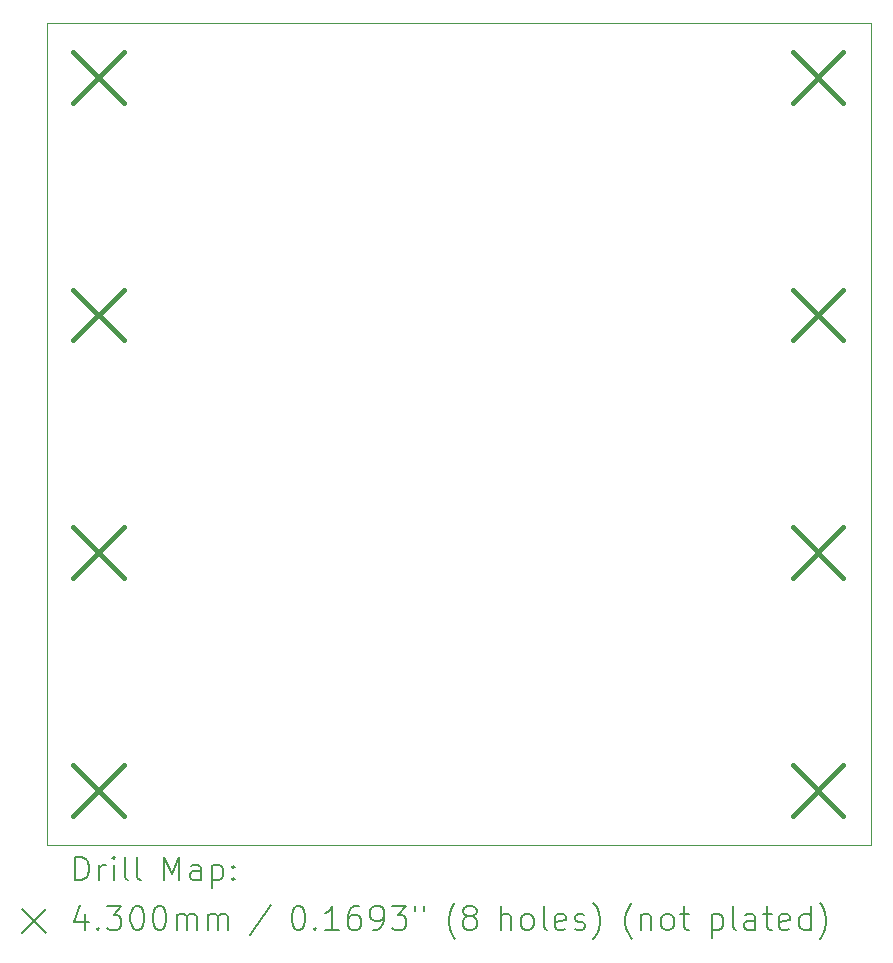
<source format=gbr>
%TF.GenerationSoftware,KiCad,Pcbnew,(7.0.0)*%
%TF.CreationDate,2023-03-13T08:12:33+05:30*%
%TF.ProjectId,Stem,5374656d-2e6b-4696-9361-645f70636258,1.0*%
%TF.SameCoordinates,Original*%
%TF.FileFunction,Drillmap*%
%TF.FilePolarity,Positive*%
%FSLAX45Y45*%
G04 Gerber Fmt 4.5, Leading zero omitted, Abs format (unit mm)*
G04 Created by KiCad (PCBNEW (7.0.0)) date 2023-03-13 08:12:33*
%MOMM*%
%LPD*%
G01*
G04 APERTURE LIST*
%ADD10C,0.100000*%
%ADD11C,0.200000*%
%ADD12C,0.430000*%
G04 APERTURE END LIST*
D10*
X11238000Y-4282000D02*
X18218000Y-4282000D01*
X18218000Y-4282000D02*
X18218000Y-11242000D01*
X18218000Y-11242000D02*
X11238000Y-11242000D01*
X11238000Y-11242000D02*
X11238000Y-4282000D01*
D11*
D12*
X11463000Y-4527000D02*
X11893000Y-4957000D01*
X11893000Y-4527000D02*
X11463000Y-4957000D01*
X11463000Y-6540333D02*
X11893000Y-6970333D01*
X11893000Y-6540333D02*
X11463000Y-6970333D01*
X11463000Y-8553667D02*
X11893000Y-8983667D01*
X11893000Y-8553667D02*
X11463000Y-8983667D01*
X11463000Y-10567000D02*
X11893000Y-10997000D01*
X11893000Y-10567000D02*
X11463000Y-10997000D01*
X17553000Y-4527000D02*
X17983000Y-4957000D01*
X17983000Y-4527000D02*
X17553000Y-4957000D01*
X17553000Y-6540333D02*
X17983000Y-6970333D01*
X17983000Y-6540333D02*
X17553000Y-6970333D01*
X17553000Y-8553667D02*
X17983000Y-8983667D01*
X17983000Y-8553667D02*
X17553000Y-8983667D01*
X17553000Y-10567000D02*
X17983000Y-10997000D01*
X17983000Y-10567000D02*
X17553000Y-10997000D01*
D11*
X11480619Y-11540476D02*
X11480619Y-11340476D01*
X11480619Y-11340476D02*
X11528238Y-11340476D01*
X11528238Y-11340476D02*
X11556809Y-11350000D01*
X11556809Y-11350000D02*
X11575857Y-11369048D01*
X11575857Y-11369048D02*
X11585381Y-11388095D01*
X11585381Y-11388095D02*
X11594905Y-11426190D01*
X11594905Y-11426190D02*
X11594905Y-11454762D01*
X11594905Y-11454762D02*
X11585381Y-11492857D01*
X11585381Y-11492857D02*
X11575857Y-11511905D01*
X11575857Y-11511905D02*
X11556809Y-11530952D01*
X11556809Y-11530952D02*
X11528238Y-11540476D01*
X11528238Y-11540476D02*
X11480619Y-11540476D01*
X11680619Y-11540476D02*
X11680619Y-11407143D01*
X11680619Y-11445238D02*
X11690143Y-11426190D01*
X11690143Y-11426190D02*
X11699667Y-11416667D01*
X11699667Y-11416667D02*
X11718714Y-11407143D01*
X11718714Y-11407143D02*
X11737762Y-11407143D01*
X11804428Y-11540476D02*
X11804428Y-11407143D01*
X11804428Y-11340476D02*
X11794905Y-11350000D01*
X11794905Y-11350000D02*
X11804428Y-11359524D01*
X11804428Y-11359524D02*
X11813952Y-11350000D01*
X11813952Y-11350000D02*
X11804428Y-11340476D01*
X11804428Y-11340476D02*
X11804428Y-11359524D01*
X11928238Y-11540476D02*
X11909190Y-11530952D01*
X11909190Y-11530952D02*
X11899667Y-11511905D01*
X11899667Y-11511905D02*
X11899667Y-11340476D01*
X12033000Y-11540476D02*
X12013952Y-11530952D01*
X12013952Y-11530952D02*
X12004428Y-11511905D01*
X12004428Y-11511905D02*
X12004428Y-11340476D01*
X12229190Y-11540476D02*
X12229190Y-11340476D01*
X12229190Y-11340476D02*
X12295857Y-11483333D01*
X12295857Y-11483333D02*
X12362524Y-11340476D01*
X12362524Y-11340476D02*
X12362524Y-11540476D01*
X12543476Y-11540476D02*
X12543476Y-11435714D01*
X12543476Y-11435714D02*
X12533952Y-11416667D01*
X12533952Y-11416667D02*
X12514905Y-11407143D01*
X12514905Y-11407143D02*
X12476809Y-11407143D01*
X12476809Y-11407143D02*
X12457762Y-11416667D01*
X12543476Y-11530952D02*
X12524428Y-11540476D01*
X12524428Y-11540476D02*
X12476809Y-11540476D01*
X12476809Y-11540476D02*
X12457762Y-11530952D01*
X12457762Y-11530952D02*
X12448238Y-11511905D01*
X12448238Y-11511905D02*
X12448238Y-11492857D01*
X12448238Y-11492857D02*
X12457762Y-11473809D01*
X12457762Y-11473809D02*
X12476809Y-11464286D01*
X12476809Y-11464286D02*
X12524428Y-11464286D01*
X12524428Y-11464286D02*
X12543476Y-11454762D01*
X12638714Y-11407143D02*
X12638714Y-11607143D01*
X12638714Y-11416667D02*
X12657762Y-11407143D01*
X12657762Y-11407143D02*
X12695857Y-11407143D01*
X12695857Y-11407143D02*
X12714905Y-11416667D01*
X12714905Y-11416667D02*
X12724428Y-11426190D01*
X12724428Y-11426190D02*
X12733952Y-11445238D01*
X12733952Y-11445238D02*
X12733952Y-11502381D01*
X12733952Y-11502381D02*
X12724428Y-11521428D01*
X12724428Y-11521428D02*
X12714905Y-11530952D01*
X12714905Y-11530952D02*
X12695857Y-11540476D01*
X12695857Y-11540476D02*
X12657762Y-11540476D01*
X12657762Y-11540476D02*
X12638714Y-11530952D01*
X12819667Y-11521428D02*
X12829190Y-11530952D01*
X12829190Y-11530952D02*
X12819667Y-11540476D01*
X12819667Y-11540476D02*
X12810143Y-11530952D01*
X12810143Y-11530952D02*
X12819667Y-11521428D01*
X12819667Y-11521428D02*
X12819667Y-11540476D01*
X12819667Y-11416667D02*
X12829190Y-11426190D01*
X12829190Y-11426190D02*
X12819667Y-11435714D01*
X12819667Y-11435714D02*
X12810143Y-11426190D01*
X12810143Y-11426190D02*
X12819667Y-11416667D01*
X12819667Y-11416667D02*
X12819667Y-11435714D01*
X11033000Y-11787000D02*
X11233000Y-11987000D01*
X11233000Y-11787000D02*
X11033000Y-11987000D01*
X11566333Y-11827143D02*
X11566333Y-11960476D01*
X11518714Y-11750952D02*
X11471095Y-11893809D01*
X11471095Y-11893809D02*
X11594905Y-11893809D01*
X11671095Y-11941428D02*
X11680619Y-11950952D01*
X11680619Y-11950952D02*
X11671095Y-11960476D01*
X11671095Y-11960476D02*
X11661571Y-11950952D01*
X11661571Y-11950952D02*
X11671095Y-11941428D01*
X11671095Y-11941428D02*
X11671095Y-11960476D01*
X11747286Y-11760476D02*
X11871095Y-11760476D01*
X11871095Y-11760476D02*
X11804428Y-11836667D01*
X11804428Y-11836667D02*
X11833000Y-11836667D01*
X11833000Y-11836667D02*
X11852048Y-11846190D01*
X11852048Y-11846190D02*
X11861571Y-11855714D01*
X11861571Y-11855714D02*
X11871095Y-11874762D01*
X11871095Y-11874762D02*
X11871095Y-11922381D01*
X11871095Y-11922381D02*
X11861571Y-11941428D01*
X11861571Y-11941428D02*
X11852048Y-11950952D01*
X11852048Y-11950952D02*
X11833000Y-11960476D01*
X11833000Y-11960476D02*
X11775857Y-11960476D01*
X11775857Y-11960476D02*
X11756809Y-11950952D01*
X11756809Y-11950952D02*
X11747286Y-11941428D01*
X11994905Y-11760476D02*
X12013952Y-11760476D01*
X12013952Y-11760476D02*
X12033000Y-11770000D01*
X12033000Y-11770000D02*
X12042524Y-11779524D01*
X12042524Y-11779524D02*
X12052048Y-11798571D01*
X12052048Y-11798571D02*
X12061571Y-11836667D01*
X12061571Y-11836667D02*
X12061571Y-11884286D01*
X12061571Y-11884286D02*
X12052048Y-11922381D01*
X12052048Y-11922381D02*
X12042524Y-11941428D01*
X12042524Y-11941428D02*
X12033000Y-11950952D01*
X12033000Y-11950952D02*
X12013952Y-11960476D01*
X12013952Y-11960476D02*
X11994905Y-11960476D01*
X11994905Y-11960476D02*
X11975857Y-11950952D01*
X11975857Y-11950952D02*
X11966333Y-11941428D01*
X11966333Y-11941428D02*
X11956809Y-11922381D01*
X11956809Y-11922381D02*
X11947286Y-11884286D01*
X11947286Y-11884286D02*
X11947286Y-11836667D01*
X11947286Y-11836667D02*
X11956809Y-11798571D01*
X11956809Y-11798571D02*
X11966333Y-11779524D01*
X11966333Y-11779524D02*
X11975857Y-11770000D01*
X11975857Y-11770000D02*
X11994905Y-11760476D01*
X12185381Y-11760476D02*
X12204429Y-11760476D01*
X12204429Y-11760476D02*
X12223476Y-11770000D01*
X12223476Y-11770000D02*
X12233000Y-11779524D01*
X12233000Y-11779524D02*
X12242524Y-11798571D01*
X12242524Y-11798571D02*
X12252048Y-11836667D01*
X12252048Y-11836667D02*
X12252048Y-11884286D01*
X12252048Y-11884286D02*
X12242524Y-11922381D01*
X12242524Y-11922381D02*
X12233000Y-11941428D01*
X12233000Y-11941428D02*
X12223476Y-11950952D01*
X12223476Y-11950952D02*
X12204429Y-11960476D01*
X12204429Y-11960476D02*
X12185381Y-11960476D01*
X12185381Y-11960476D02*
X12166333Y-11950952D01*
X12166333Y-11950952D02*
X12156809Y-11941428D01*
X12156809Y-11941428D02*
X12147286Y-11922381D01*
X12147286Y-11922381D02*
X12137762Y-11884286D01*
X12137762Y-11884286D02*
X12137762Y-11836667D01*
X12137762Y-11836667D02*
X12147286Y-11798571D01*
X12147286Y-11798571D02*
X12156809Y-11779524D01*
X12156809Y-11779524D02*
X12166333Y-11770000D01*
X12166333Y-11770000D02*
X12185381Y-11760476D01*
X12337762Y-11960476D02*
X12337762Y-11827143D01*
X12337762Y-11846190D02*
X12347286Y-11836667D01*
X12347286Y-11836667D02*
X12366333Y-11827143D01*
X12366333Y-11827143D02*
X12394905Y-11827143D01*
X12394905Y-11827143D02*
X12413952Y-11836667D01*
X12413952Y-11836667D02*
X12423476Y-11855714D01*
X12423476Y-11855714D02*
X12423476Y-11960476D01*
X12423476Y-11855714D02*
X12433000Y-11836667D01*
X12433000Y-11836667D02*
X12452048Y-11827143D01*
X12452048Y-11827143D02*
X12480619Y-11827143D01*
X12480619Y-11827143D02*
X12499667Y-11836667D01*
X12499667Y-11836667D02*
X12509190Y-11855714D01*
X12509190Y-11855714D02*
X12509190Y-11960476D01*
X12604429Y-11960476D02*
X12604429Y-11827143D01*
X12604429Y-11846190D02*
X12613952Y-11836667D01*
X12613952Y-11836667D02*
X12633000Y-11827143D01*
X12633000Y-11827143D02*
X12661571Y-11827143D01*
X12661571Y-11827143D02*
X12680619Y-11836667D01*
X12680619Y-11836667D02*
X12690143Y-11855714D01*
X12690143Y-11855714D02*
X12690143Y-11960476D01*
X12690143Y-11855714D02*
X12699667Y-11836667D01*
X12699667Y-11836667D02*
X12718714Y-11827143D01*
X12718714Y-11827143D02*
X12747286Y-11827143D01*
X12747286Y-11827143D02*
X12766333Y-11836667D01*
X12766333Y-11836667D02*
X12775857Y-11855714D01*
X12775857Y-11855714D02*
X12775857Y-11960476D01*
X13133952Y-11750952D02*
X12962524Y-12008095D01*
X13358714Y-11760476D02*
X13377762Y-11760476D01*
X13377762Y-11760476D02*
X13396810Y-11770000D01*
X13396810Y-11770000D02*
X13406333Y-11779524D01*
X13406333Y-11779524D02*
X13415857Y-11798571D01*
X13415857Y-11798571D02*
X13425381Y-11836667D01*
X13425381Y-11836667D02*
X13425381Y-11884286D01*
X13425381Y-11884286D02*
X13415857Y-11922381D01*
X13415857Y-11922381D02*
X13406333Y-11941428D01*
X13406333Y-11941428D02*
X13396810Y-11950952D01*
X13396810Y-11950952D02*
X13377762Y-11960476D01*
X13377762Y-11960476D02*
X13358714Y-11960476D01*
X13358714Y-11960476D02*
X13339667Y-11950952D01*
X13339667Y-11950952D02*
X13330143Y-11941428D01*
X13330143Y-11941428D02*
X13320619Y-11922381D01*
X13320619Y-11922381D02*
X13311095Y-11884286D01*
X13311095Y-11884286D02*
X13311095Y-11836667D01*
X13311095Y-11836667D02*
X13320619Y-11798571D01*
X13320619Y-11798571D02*
X13330143Y-11779524D01*
X13330143Y-11779524D02*
X13339667Y-11770000D01*
X13339667Y-11770000D02*
X13358714Y-11760476D01*
X13511095Y-11941428D02*
X13520619Y-11950952D01*
X13520619Y-11950952D02*
X13511095Y-11960476D01*
X13511095Y-11960476D02*
X13501571Y-11950952D01*
X13501571Y-11950952D02*
X13511095Y-11941428D01*
X13511095Y-11941428D02*
X13511095Y-11960476D01*
X13711095Y-11960476D02*
X13596810Y-11960476D01*
X13653952Y-11960476D02*
X13653952Y-11760476D01*
X13653952Y-11760476D02*
X13634905Y-11789048D01*
X13634905Y-11789048D02*
X13615857Y-11808095D01*
X13615857Y-11808095D02*
X13596810Y-11817619D01*
X13882524Y-11760476D02*
X13844429Y-11760476D01*
X13844429Y-11760476D02*
X13825381Y-11770000D01*
X13825381Y-11770000D02*
X13815857Y-11779524D01*
X13815857Y-11779524D02*
X13796810Y-11808095D01*
X13796810Y-11808095D02*
X13787286Y-11846190D01*
X13787286Y-11846190D02*
X13787286Y-11922381D01*
X13787286Y-11922381D02*
X13796810Y-11941428D01*
X13796810Y-11941428D02*
X13806333Y-11950952D01*
X13806333Y-11950952D02*
X13825381Y-11960476D01*
X13825381Y-11960476D02*
X13863476Y-11960476D01*
X13863476Y-11960476D02*
X13882524Y-11950952D01*
X13882524Y-11950952D02*
X13892048Y-11941428D01*
X13892048Y-11941428D02*
X13901571Y-11922381D01*
X13901571Y-11922381D02*
X13901571Y-11874762D01*
X13901571Y-11874762D02*
X13892048Y-11855714D01*
X13892048Y-11855714D02*
X13882524Y-11846190D01*
X13882524Y-11846190D02*
X13863476Y-11836667D01*
X13863476Y-11836667D02*
X13825381Y-11836667D01*
X13825381Y-11836667D02*
X13806333Y-11846190D01*
X13806333Y-11846190D02*
X13796810Y-11855714D01*
X13796810Y-11855714D02*
X13787286Y-11874762D01*
X13996810Y-11960476D02*
X14034905Y-11960476D01*
X14034905Y-11960476D02*
X14053952Y-11950952D01*
X14053952Y-11950952D02*
X14063476Y-11941428D01*
X14063476Y-11941428D02*
X14082524Y-11912857D01*
X14082524Y-11912857D02*
X14092048Y-11874762D01*
X14092048Y-11874762D02*
X14092048Y-11798571D01*
X14092048Y-11798571D02*
X14082524Y-11779524D01*
X14082524Y-11779524D02*
X14073000Y-11770000D01*
X14073000Y-11770000D02*
X14053952Y-11760476D01*
X14053952Y-11760476D02*
X14015857Y-11760476D01*
X14015857Y-11760476D02*
X13996810Y-11770000D01*
X13996810Y-11770000D02*
X13987286Y-11779524D01*
X13987286Y-11779524D02*
X13977762Y-11798571D01*
X13977762Y-11798571D02*
X13977762Y-11846190D01*
X13977762Y-11846190D02*
X13987286Y-11865238D01*
X13987286Y-11865238D02*
X13996810Y-11874762D01*
X13996810Y-11874762D02*
X14015857Y-11884286D01*
X14015857Y-11884286D02*
X14053952Y-11884286D01*
X14053952Y-11884286D02*
X14073000Y-11874762D01*
X14073000Y-11874762D02*
X14082524Y-11865238D01*
X14082524Y-11865238D02*
X14092048Y-11846190D01*
X14158714Y-11760476D02*
X14282524Y-11760476D01*
X14282524Y-11760476D02*
X14215857Y-11836667D01*
X14215857Y-11836667D02*
X14244429Y-11836667D01*
X14244429Y-11836667D02*
X14263476Y-11846190D01*
X14263476Y-11846190D02*
X14273000Y-11855714D01*
X14273000Y-11855714D02*
X14282524Y-11874762D01*
X14282524Y-11874762D02*
X14282524Y-11922381D01*
X14282524Y-11922381D02*
X14273000Y-11941428D01*
X14273000Y-11941428D02*
X14263476Y-11950952D01*
X14263476Y-11950952D02*
X14244429Y-11960476D01*
X14244429Y-11960476D02*
X14187286Y-11960476D01*
X14187286Y-11960476D02*
X14168238Y-11950952D01*
X14168238Y-11950952D02*
X14158714Y-11941428D01*
X14358714Y-11760476D02*
X14358714Y-11798571D01*
X14434905Y-11760476D02*
X14434905Y-11798571D01*
X14697762Y-12036667D02*
X14688238Y-12027143D01*
X14688238Y-12027143D02*
X14669191Y-11998571D01*
X14669191Y-11998571D02*
X14659667Y-11979524D01*
X14659667Y-11979524D02*
X14650143Y-11950952D01*
X14650143Y-11950952D02*
X14640619Y-11903333D01*
X14640619Y-11903333D02*
X14640619Y-11865238D01*
X14640619Y-11865238D02*
X14650143Y-11817619D01*
X14650143Y-11817619D02*
X14659667Y-11789048D01*
X14659667Y-11789048D02*
X14669191Y-11770000D01*
X14669191Y-11770000D02*
X14688238Y-11741428D01*
X14688238Y-11741428D02*
X14697762Y-11731905D01*
X14802524Y-11846190D02*
X14783476Y-11836667D01*
X14783476Y-11836667D02*
X14773952Y-11827143D01*
X14773952Y-11827143D02*
X14764429Y-11808095D01*
X14764429Y-11808095D02*
X14764429Y-11798571D01*
X14764429Y-11798571D02*
X14773952Y-11779524D01*
X14773952Y-11779524D02*
X14783476Y-11770000D01*
X14783476Y-11770000D02*
X14802524Y-11760476D01*
X14802524Y-11760476D02*
X14840619Y-11760476D01*
X14840619Y-11760476D02*
X14859667Y-11770000D01*
X14859667Y-11770000D02*
X14869191Y-11779524D01*
X14869191Y-11779524D02*
X14878714Y-11798571D01*
X14878714Y-11798571D02*
X14878714Y-11808095D01*
X14878714Y-11808095D02*
X14869191Y-11827143D01*
X14869191Y-11827143D02*
X14859667Y-11836667D01*
X14859667Y-11836667D02*
X14840619Y-11846190D01*
X14840619Y-11846190D02*
X14802524Y-11846190D01*
X14802524Y-11846190D02*
X14783476Y-11855714D01*
X14783476Y-11855714D02*
X14773952Y-11865238D01*
X14773952Y-11865238D02*
X14764429Y-11884286D01*
X14764429Y-11884286D02*
X14764429Y-11922381D01*
X14764429Y-11922381D02*
X14773952Y-11941428D01*
X14773952Y-11941428D02*
X14783476Y-11950952D01*
X14783476Y-11950952D02*
X14802524Y-11960476D01*
X14802524Y-11960476D02*
X14840619Y-11960476D01*
X14840619Y-11960476D02*
X14859667Y-11950952D01*
X14859667Y-11950952D02*
X14869191Y-11941428D01*
X14869191Y-11941428D02*
X14878714Y-11922381D01*
X14878714Y-11922381D02*
X14878714Y-11884286D01*
X14878714Y-11884286D02*
X14869191Y-11865238D01*
X14869191Y-11865238D02*
X14859667Y-11855714D01*
X14859667Y-11855714D02*
X14840619Y-11846190D01*
X15084429Y-11960476D02*
X15084429Y-11760476D01*
X15170143Y-11960476D02*
X15170143Y-11855714D01*
X15170143Y-11855714D02*
X15160619Y-11836667D01*
X15160619Y-11836667D02*
X15141572Y-11827143D01*
X15141572Y-11827143D02*
X15113000Y-11827143D01*
X15113000Y-11827143D02*
X15093952Y-11836667D01*
X15093952Y-11836667D02*
X15084429Y-11846190D01*
X15293952Y-11960476D02*
X15274905Y-11950952D01*
X15274905Y-11950952D02*
X15265381Y-11941428D01*
X15265381Y-11941428D02*
X15255857Y-11922381D01*
X15255857Y-11922381D02*
X15255857Y-11865238D01*
X15255857Y-11865238D02*
X15265381Y-11846190D01*
X15265381Y-11846190D02*
X15274905Y-11836667D01*
X15274905Y-11836667D02*
X15293952Y-11827143D01*
X15293952Y-11827143D02*
X15322524Y-11827143D01*
X15322524Y-11827143D02*
X15341572Y-11836667D01*
X15341572Y-11836667D02*
X15351095Y-11846190D01*
X15351095Y-11846190D02*
X15360619Y-11865238D01*
X15360619Y-11865238D02*
X15360619Y-11922381D01*
X15360619Y-11922381D02*
X15351095Y-11941428D01*
X15351095Y-11941428D02*
X15341572Y-11950952D01*
X15341572Y-11950952D02*
X15322524Y-11960476D01*
X15322524Y-11960476D02*
X15293952Y-11960476D01*
X15474905Y-11960476D02*
X15455857Y-11950952D01*
X15455857Y-11950952D02*
X15446333Y-11931905D01*
X15446333Y-11931905D02*
X15446333Y-11760476D01*
X15627286Y-11950952D02*
X15608238Y-11960476D01*
X15608238Y-11960476D02*
X15570143Y-11960476D01*
X15570143Y-11960476D02*
X15551095Y-11950952D01*
X15551095Y-11950952D02*
X15541572Y-11931905D01*
X15541572Y-11931905D02*
X15541572Y-11855714D01*
X15541572Y-11855714D02*
X15551095Y-11836667D01*
X15551095Y-11836667D02*
X15570143Y-11827143D01*
X15570143Y-11827143D02*
X15608238Y-11827143D01*
X15608238Y-11827143D02*
X15627286Y-11836667D01*
X15627286Y-11836667D02*
X15636810Y-11855714D01*
X15636810Y-11855714D02*
X15636810Y-11874762D01*
X15636810Y-11874762D02*
X15541572Y-11893809D01*
X15713000Y-11950952D02*
X15732048Y-11960476D01*
X15732048Y-11960476D02*
X15770143Y-11960476D01*
X15770143Y-11960476D02*
X15789191Y-11950952D01*
X15789191Y-11950952D02*
X15798714Y-11931905D01*
X15798714Y-11931905D02*
X15798714Y-11922381D01*
X15798714Y-11922381D02*
X15789191Y-11903333D01*
X15789191Y-11903333D02*
X15770143Y-11893809D01*
X15770143Y-11893809D02*
X15741572Y-11893809D01*
X15741572Y-11893809D02*
X15722524Y-11884286D01*
X15722524Y-11884286D02*
X15713000Y-11865238D01*
X15713000Y-11865238D02*
X15713000Y-11855714D01*
X15713000Y-11855714D02*
X15722524Y-11836667D01*
X15722524Y-11836667D02*
X15741572Y-11827143D01*
X15741572Y-11827143D02*
X15770143Y-11827143D01*
X15770143Y-11827143D02*
X15789191Y-11836667D01*
X15865381Y-12036667D02*
X15874905Y-12027143D01*
X15874905Y-12027143D02*
X15893953Y-11998571D01*
X15893953Y-11998571D02*
X15903476Y-11979524D01*
X15903476Y-11979524D02*
X15913000Y-11950952D01*
X15913000Y-11950952D02*
X15922524Y-11903333D01*
X15922524Y-11903333D02*
X15922524Y-11865238D01*
X15922524Y-11865238D02*
X15913000Y-11817619D01*
X15913000Y-11817619D02*
X15903476Y-11789048D01*
X15903476Y-11789048D02*
X15893953Y-11770000D01*
X15893953Y-11770000D02*
X15874905Y-11741428D01*
X15874905Y-11741428D02*
X15865381Y-11731905D01*
X16194905Y-12036667D02*
X16185381Y-12027143D01*
X16185381Y-12027143D02*
X16166333Y-11998571D01*
X16166333Y-11998571D02*
X16156810Y-11979524D01*
X16156810Y-11979524D02*
X16147286Y-11950952D01*
X16147286Y-11950952D02*
X16137762Y-11903333D01*
X16137762Y-11903333D02*
X16137762Y-11865238D01*
X16137762Y-11865238D02*
X16147286Y-11817619D01*
X16147286Y-11817619D02*
X16156810Y-11789048D01*
X16156810Y-11789048D02*
X16166333Y-11770000D01*
X16166333Y-11770000D02*
X16185381Y-11741428D01*
X16185381Y-11741428D02*
X16194905Y-11731905D01*
X16271095Y-11827143D02*
X16271095Y-11960476D01*
X16271095Y-11846190D02*
X16280619Y-11836667D01*
X16280619Y-11836667D02*
X16299667Y-11827143D01*
X16299667Y-11827143D02*
X16328238Y-11827143D01*
X16328238Y-11827143D02*
X16347286Y-11836667D01*
X16347286Y-11836667D02*
X16356810Y-11855714D01*
X16356810Y-11855714D02*
X16356810Y-11960476D01*
X16480619Y-11960476D02*
X16461572Y-11950952D01*
X16461572Y-11950952D02*
X16452048Y-11941428D01*
X16452048Y-11941428D02*
X16442524Y-11922381D01*
X16442524Y-11922381D02*
X16442524Y-11865238D01*
X16442524Y-11865238D02*
X16452048Y-11846190D01*
X16452048Y-11846190D02*
X16461572Y-11836667D01*
X16461572Y-11836667D02*
X16480619Y-11827143D01*
X16480619Y-11827143D02*
X16509191Y-11827143D01*
X16509191Y-11827143D02*
X16528238Y-11836667D01*
X16528238Y-11836667D02*
X16537762Y-11846190D01*
X16537762Y-11846190D02*
X16547286Y-11865238D01*
X16547286Y-11865238D02*
X16547286Y-11922381D01*
X16547286Y-11922381D02*
X16537762Y-11941428D01*
X16537762Y-11941428D02*
X16528238Y-11950952D01*
X16528238Y-11950952D02*
X16509191Y-11960476D01*
X16509191Y-11960476D02*
X16480619Y-11960476D01*
X16604429Y-11827143D02*
X16680619Y-11827143D01*
X16633000Y-11760476D02*
X16633000Y-11931905D01*
X16633000Y-11931905D02*
X16642524Y-11950952D01*
X16642524Y-11950952D02*
X16661572Y-11960476D01*
X16661572Y-11960476D02*
X16680619Y-11960476D01*
X16867286Y-11827143D02*
X16867286Y-12027143D01*
X16867286Y-11836667D02*
X16886334Y-11827143D01*
X16886334Y-11827143D02*
X16924429Y-11827143D01*
X16924429Y-11827143D02*
X16943476Y-11836667D01*
X16943476Y-11836667D02*
X16953000Y-11846190D01*
X16953000Y-11846190D02*
X16962524Y-11865238D01*
X16962524Y-11865238D02*
X16962524Y-11922381D01*
X16962524Y-11922381D02*
X16953000Y-11941428D01*
X16953000Y-11941428D02*
X16943476Y-11950952D01*
X16943476Y-11950952D02*
X16924429Y-11960476D01*
X16924429Y-11960476D02*
X16886334Y-11960476D01*
X16886334Y-11960476D02*
X16867286Y-11950952D01*
X17076810Y-11960476D02*
X17057762Y-11950952D01*
X17057762Y-11950952D02*
X17048238Y-11931905D01*
X17048238Y-11931905D02*
X17048238Y-11760476D01*
X17238715Y-11960476D02*
X17238715Y-11855714D01*
X17238715Y-11855714D02*
X17229191Y-11836667D01*
X17229191Y-11836667D02*
X17210143Y-11827143D01*
X17210143Y-11827143D02*
X17172048Y-11827143D01*
X17172048Y-11827143D02*
X17153000Y-11836667D01*
X17238715Y-11950952D02*
X17219667Y-11960476D01*
X17219667Y-11960476D02*
X17172048Y-11960476D01*
X17172048Y-11960476D02*
X17153000Y-11950952D01*
X17153000Y-11950952D02*
X17143476Y-11931905D01*
X17143476Y-11931905D02*
X17143476Y-11912857D01*
X17143476Y-11912857D02*
X17153000Y-11893809D01*
X17153000Y-11893809D02*
X17172048Y-11884286D01*
X17172048Y-11884286D02*
X17219667Y-11884286D01*
X17219667Y-11884286D02*
X17238715Y-11874762D01*
X17305381Y-11827143D02*
X17381572Y-11827143D01*
X17333953Y-11760476D02*
X17333953Y-11931905D01*
X17333953Y-11931905D02*
X17343476Y-11950952D01*
X17343476Y-11950952D02*
X17362524Y-11960476D01*
X17362524Y-11960476D02*
X17381572Y-11960476D01*
X17524429Y-11950952D02*
X17505381Y-11960476D01*
X17505381Y-11960476D02*
X17467286Y-11960476D01*
X17467286Y-11960476D02*
X17448238Y-11950952D01*
X17448238Y-11950952D02*
X17438715Y-11931905D01*
X17438715Y-11931905D02*
X17438715Y-11855714D01*
X17438715Y-11855714D02*
X17448238Y-11836667D01*
X17448238Y-11836667D02*
X17467286Y-11827143D01*
X17467286Y-11827143D02*
X17505381Y-11827143D01*
X17505381Y-11827143D02*
X17524429Y-11836667D01*
X17524429Y-11836667D02*
X17533953Y-11855714D01*
X17533953Y-11855714D02*
X17533953Y-11874762D01*
X17533953Y-11874762D02*
X17438715Y-11893809D01*
X17705381Y-11960476D02*
X17705381Y-11760476D01*
X17705381Y-11950952D02*
X17686334Y-11960476D01*
X17686334Y-11960476D02*
X17648238Y-11960476D01*
X17648238Y-11960476D02*
X17629191Y-11950952D01*
X17629191Y-11950952D02*
X17619667Y-11941428D01*
X17619667Y-11941428D02*
X17610143Y-11922381D01*
X17610143Y-11922381D02*
X17610143Y-11865238D01*
X17610143Y-11865238D02*
X17619667Y-11846190D01*
X17619667Y-11846190D02*
X17629191Y-11836667D01*
X17629191Y-11836667D02*
X17648238Y-11827143D01*
X17648238Y-11827143D02*
X17686334Y-11827143D01*
X17686334Y-11827143D02*
X17705381Y-11836667D01*
X17781572Y-12036667D02*
X17791096Y-12027143D01*
X17791096Y-12027143D02*
X17810143Y-11998571D01*
X17810143Y-11998571D02*
X17819667Y-11979524D01*
X17819667Y-11979524D02*
X17829191Y-11950952D01*
X17829191Y-11950952D02*
X17838715Y-11903333D01*
X17838715Y-11903333D02*
X17838715Y-11865238D01*
X17838715Y-11865238D02*
X17829191Y-11817619D01*
X17829191Y-11817619D02*
X17819667Y-11789048D01*
X17819667Y-11789048D02*
X17810143Y-11770000D01*
X17810143Y-11770000D02*
X17791096Y-11741428D01*
X17791096Y-11741428D02*
X17781572Y-11731905D01*
M02*

</source>
